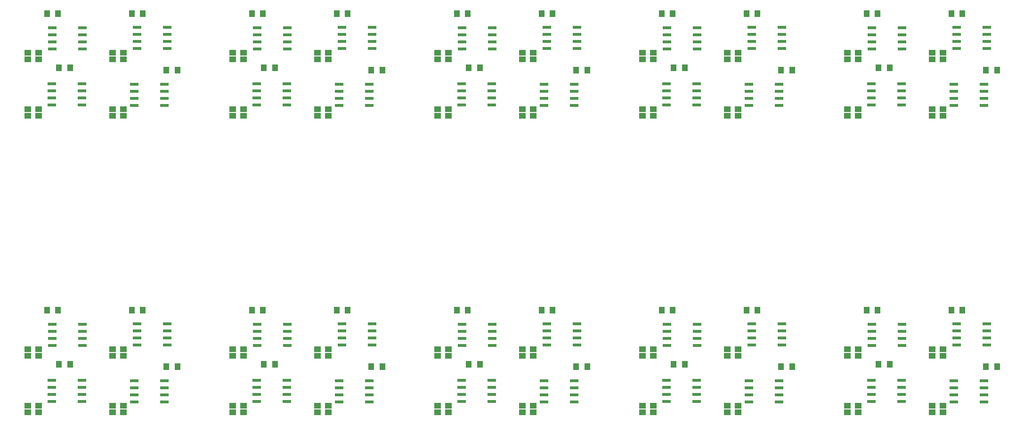
<source format=gbp>
G04 #@! TF.FileFunction,Paste,Bot*
%FSLAX46Y46*%
G04 Gerber Fmt 4.6, Leading zero omitted, Abs format (unit mm)*
G04 Created by KiCad (PCBNEW 4.0.6) date Fri Nov 17 13:30:40 2017*
%MOMM*%
%LPD*%
G01*
G04 APERTURE LIST*
%ADD10C,0.100000*%
%ADD11R,1.000000X1.250000*%
%ADD12R,1.250000X1.000000*%
%ADD13R,1.550000X0.600000*%
G04 APERTURE END LIST*
D10*
D11*
X69808600Y-56718200D03*
X67808600Y-56718200D03*
X82915000Y-46990000D03*
X80915000Y-46990000D03*
X89138000Y-57150000D03*
X87138000Y-57150000D03*
X67675000Y-46990000D03*
X65675000Y-46990000D03*
D12*
X62230000Y-64198500D03*
X62230000Y-65341500D03*
X64135000Y-64198500D03*
X64135000Y-65341500D03*
X77470000Y-64198500D03*
X77470000Y-65341500D03*
X79375000Y-64198500D03*
X79375000Y-65341500D03*
X77470000Y-54038500D03*
X77470000Y-55181500D03*
X79375000Y-54038500D03*
X79375000Y-55181500D03*
X62230000Y-54038500D03*
X62230000Y-55181500D03*
X64135000Y-54038500D03*
X64135000Y-55181500D03*
D13*
X71940400Y-59639200D03*
X71940400Y-60909200D03*
X71940400Y-62179200D03*
X71940400Y-63449200D03*
X66540400Y-63449200D03*
X66540400Y-62179200D03*
X66540400Y-60909200D03*
X66540400Y-59639200D03*
X87256600Y-49479200D03*
X87256600Y-50749200D03*
X87256600Y-52019200D03*
X87256600Y-53289200D03*
X81856600Y-53289200D03*
X81856600Y-52019200D03*
X81856600Y-50749200D03*
X81856600Y-49479200D03*
X86774000Y-59664600D03*
X86774000Y-60934600D03*
X86774000Y-62204600D03*
X86774000Y-63474600D03*
X81374000Y-63474600D03*
X81374000Y-62204600D03*
X81374000Y-60934600D03*
X81374000Y-59664600D03*
X72042000Y-49555400D03*
X72042000Y-50825400D03*
X72042000Y-52095400D03*
X72042000Y-53365400D03*
X66642000Y-53365400D03*
X66642000Y-52095400D03*
X66642000Y-50825400D03*
X66642000Y-49555400D03*
D11*
X106638600Y-56718200D03*
X104638600Y-56718200D03*
X119745000Y-46990000D03*
X117745000Y-46990000D03*
X125968000Y-57150000D03*
X123968000Y-57150000D03*
X104505000Y-46990000D03*
X102505000Y-46990000D03*
D12*
X99060000Y-64198500D03*
X99060000Y-65341500D03*
X100965000Y-64198500D03*
X100965000Y-65341500D03*
X114300000Y-64198500D03*
X114300000Y-65341500D03*
X116205000Y-64198500D03*
X116205000Y-65341500D03*
X114300000Y-54038500D03*
X114300000Y-55181500D03*
X116205000Y-54038500D03*
X116205000Y-55181500D03*
X99060000Y-54038500D03*
X99060000Y-55181500D03*
X100965000Y-54038500D03*
X100965000Y-55181500D03*
D13*
X108770400Y-59639200D03*
X108770400Y-60909200D03*
X108770400Y-62179200D03*
X108770400Y-63449200D03*
X103370400Y-63449200D03*
X103370400Y-62179200D03*
X103370400Y-60909200D03*
X103370400Y-59639200D03*
X124086600Y-49479200D03*
X124086600Y-50749200D03*
X124086600Y-52019200D03*
X124086600Y-53289200D03*
X118686600Y-53289200D03*
X118686600Y-52019200D03*
X118686600Y-50749200D03*
X118686600Y-49479200D03*
X123604000Y-59664600D03*
X123604000Y-60934600D03*
X123604000Y-62204600D03*
X123604000Y-63474600D03*
X118204000Y-63474600D03*
X118204000Y-62204600D03*
X118204000Y-60934600D03*
X118204000Y-59664600D03*
X108872000Y-49555400D03*
X108872000Y-50825400D03*
X108872000Y-52095400D03*
X108872000Y-53365400D03*
X103472000Y-53365400D03*
X103472000Y-52095400D03*
X103472000Y-50825400D03*
X103472000Y-49555400D03*
D11*
X143468600Y-56718200D03*
X141468600Y-56718200D03*
X156575000Y-46990000D03*
X154575000Y-46990000D03*
X162798000Y-57150000D03*
X160798000Y-57150000D03*
X141335000Y-46990000D03*
X139335000Y-46990000D03*
D12*
X135890000Y-64198500D03*
X135890000Y-65341500D03*
X137795000Y-64198500D03*
X137795000Y-65341500D03*
X151130000Y-64198500D03*
X151130000Y-65341500D03*
X153035000Y-64198500D03*
X153035000Y-65341500D03*
X151130000Y-54038500D03*
X151130000Y-55181500D03*
X153035000Y-54038500D03*
X153035000Y-55181500D03*
X135890000Y-54038500D03*
X135890000Y-55181500D03*
X137795000Y-54038500D03*
X137795000Y-55181500D03*
D13*
X145600400Y-59639200D03*
X145600400Y-60909200D03*
X145600400Y-62179200D03*
X145600400Y-63449200D03*
X140200400Y-63449200D03*
X140200400Y-62179200D03*
X140200400Y-60909200D03*
X140200400Y-59639200D03*
X160916600Y-49479200D03*
X160916600Y-50749200D03*
X160916600Y-52019200D03*
X160916600Y-53289200D03*
X155516600Y-53289200D03*
X155516600Y-52019200D03*
X155516600Y-50749200D03*
X155516600Y-49479200D03*
X160434000Y-59664600D03*
X160434000Y-60934600D03*
X160434000Y-62204600D03*
X160434000Y-63474600D03*
X155034000Y-63474600D03*
X155034000Y-62204600D03*
X155034000Y-60934600D03*
X155034000Y-59664600D03*
X145702000Y-49555400D03*
X145702000Y-50825400D03*
X145702000Y-52095400D03*
X145702000Y-53365400D03*
X140302000Y-53365400D03*
X140302000Y-52095400D03*
X140302000Y-50825400D03*
X140302000Y-49555400D03*
D11*
X180298600Y-56718200D03*
X178298600Y-56718200D03*
X193405000Y-46990000D03*
X191405000Y-46990000D03*
X199628000Y-57150000D03*
X197628000Y-57150000D03*
X178165000Y-46990000D03*
X176165000Y-46990000D03*
D12*
X172720000Y-64198500D03*
X172720000Y-65341500D03*
X174625000Y-64198500D03*
X174625000Y-65341500D03*
X187960000Y-64198500D03*
X187960000Y-65341500D03*
X189865000Y-64198500D03*
X189865000Y-65341500D03*
X187960000Y-54038500D03*
X187960000Y-55181500D03*
X189865000Y-54038500D03*
X189865000Y-55181500D03*
X172720000Y-54038500D03*
X172720000Y-55181500D03*
X174625000Y-54038500D03*
X174625000Y-55181500D03*
D13*
X182430400Y-59639200D03*
X182430400Y-60909200D03*
X182430400Y-62179200D03*
X182430400Y-63449200D03*
X177030400Y-63449200D03*
X177030400Y-62179200D03*
X177030400Y-60909200D03*
X177030400Y-59639200D03*
X197746600Y-49479200D03*
X197746600Y-50749200D03*
X197746600Y-52019200D03*
X197746600Y-53289200D03*
X192346600Y-53289200D03*
X192346600Y-52019200D03*
X192346600Y-50749200D03*
X192346600Y-49479200D03*
X197264000Y-59664600D03*
X197264000Y-60934600D03*
X197264000Y-62204600D03*
X197264000Y-63474600D03*
X191864000Y-63474600D03*
X191864000Y-62204600D03*
X191864000Y-60934600D03*
X191864000Y-59664600D03*
X182532000Y-49555400D03*
X182532000Y-50825400D03*
X182532000Y-52095400D03*
X182532000Y-53365400D03*
X177132000Y-53365400D03*
X177132000Y-52095400D03*
X177132000Y-50825400D03*
X177132000Y-49555400D03*
D11*
X217128600Y-56718200D03*
X215128600Y-56718200D03*
X230235000Y-46990000D03*
X228235000Y-46990000D03*
X236458000Y-57150000D03*
X234458000Y-57150000D03*
X214995000Y-46990000D03*
X212995000Y-46990000D03*
D12*
X209550000Y-64198500D03*
X209550000Y-65341500D03*
X211455000Y-64198500D03*
X211455000Y-65341500D03*
X224790000Y-64198500D03*
X224790000Y-65341500D03*
X226695000Y-64198500D03*
X226695000Y-65341500D03*
X224790000Y-54038500D03*
X224790000Y-55181500D03*
X226695000Y-54038500D03*
X226695000Y-55181500D03*
X209550000Y-54038500D03*
X209550000Y-55181500D03*
X211455000Y-54038500D03*
X211455000Y-55181500D03*
D13*
X219260400Y-59639200D03*
X219260400Y-60909200D03*
X219260400Y-62179200D03*
X219260400Y-63449200D03*
X213860400Y-63449200D03*
X213860400Y-62179200D03*
X213860400Y-60909200D03*
X213860400Y-59639200D03*
X234576600Y-49479200D03*
X234576600Y-50749200D03*
X234576600Y-52019200D03*
X234576600Y-53289200D03*
X229176600Y-53289200D03*
X229176600Y-52019200D03*
X229176600Y-50749200D03*
X229176600Y-49479200D03*
X234094000Y-59664600D03*
X234094000Y-60934600D03*
X234094000Y-62204600D03*
X234094000Y-63474600D03*
X228694000Y-63474600D03*
X228694000Y-62204600D03*
X228694000Y-60934600D03*
X228694000Y-59664600D03*
X219362000Y-49555400D03*
X219362000Y-50825400D03*
X219362000Y-52095400D03*
X219362000Y-53365400D03*
X213962000Y-53365400D03*
X213962000Y-52095400D03*
X213962000Y-50825400D03*
X213962000Y-49555400D03*
D11*
X69808600Y-110058200D03*
X67808600Y-110058200D03*
X82915000Y-100330000D03*
X80915000Y-100330000D03*
X89138000Y-110490000D03*
X87138000Y-110490000D03*
X67675000Y-100330000D03*
X65675000Y-100330000D03*
D12*
X62230000Y-117538500D03*
X62230000Y-118681500D03*
X64135000Y-117538500D03*
X64135000Y-118681500D03*
X77470000Y-117538500D03*
X77470000Y-118681500D03*
X79375000Y-117538500D03*
X79375000Y-118681500D03*
X77470000Y-107378500D03*
X77470000Y-108521500D03*
X79375000Y-107378500D03*
X79375000Y-108521500D03*
X62230000Y-107378500D03*
X62230000Y-108521500D03*
X64135000Y-107378500D03*
X64135000Y-108521500D03*
D13*
X71940400Y-112979200D03*
X71940400Y-114249200D03*
X71940400Y-115519200D03*
X71940400Y-116789200D03*
X66540400Y-116789200D03*
X66540400Y-115519200D03*
X66540400Y-114249200D03*
X66540400Y-112979200D03*
X87256600Y-102819200D03*
X87256600Y-104089200D03*
X87256600Y-105359200D03*
X87256600Y-106629200D03*
X81856600Y-106629200D03*
X81856600Y-105359200D03*
X81856600Y-104089200D03*
X81856600Y-102819200D03*
X86774000Y-113004600D03*
X86774000Y-114274600D03*
X86774000Y-115544600D03*
X86774000Y-116814600D03*
X81374000Y-116814600D03*
X81374000Y-115544600D03*
X81374000Y-114274600D03*
X81374000Y-113004600D03*
X72042000Y-102895400D03*
X72042000Y-104165400D03*
X72042000Y-105435400D03*
X72042000Y-106705400D03*
X66642000Y-106705400D03*
X66642000Y-105435400D03*
X66642000Y-104165400D03*
X66642000Y-102895400D03*
D11*
X106638600Y-110058200D03*
X104638600Y-110058200D03*
X119745000Y-100330000D03*
X117745000Y-100330000D03*
X125968000Y-110490000D03*
X123968000Y-110490000D03*
X104505000Y-100330000D03*
X102505000Y-100330000D03*
D12*
X99060000Y-117538500D03*
X99060000Y-118681500D03*
X100965000Y-117538500D03*
X100965000Y-118681500D03*
X114300000Y-117538500D03*
X114300000Y-118681500D03*
X116205000Y-117538500D03*
X116205000Y-118681500D03*
X114300000Y-107378500D03*
X114300000Y-108521500D03*
X116205000Y-107378500D03*
X116205000Y-108521500D03*
X99060000Y-107378500D03*
X99060000Y-108521500D03*
X100965000Y-107378500D03*
X100965000Y-108521500D03*
D13*
X108770400Y-112979200D03*
X108770400Y-114249200D03*
X108770400Y-115519200D03*
X108770400Y-116789200D03*
X103370400Y-116789200D03*
X103370400Y-115519200D03*
X103370400Y-114249200D03*
X103370400Y-112979200D03*
X124086600Y-102819200D03*
X124086600Y-104089200D03*
X124086600Y-105359200D03*
X124086600Y-106629200D03*
X118686600Y-106629200D03*
X118686600Y-105359200D03*
X118686600Y-104089200D03*
X118686600Y-102819200D03*
X123604000Y-113004600D03*
X123604000Y-114274600D03*
X123604000Y-115544600D03*
X123604000Y-116814600D03*
X118204000Y-116814600D03*
X118204000Y-115544600D03*
X118204000Y-114274600D03*
X118204000Y-113004600D03*
X108872000Y-102895400D03*
X108872000Y-104165400D03*
X108872000Y-105435400D03*
X108872000Y-106705400D03*
X103472000Y-106705400D03*
X103472000Y-105435400D03*
X103472000Y-104165400D03*
X103472000Y-102895400D03*
D11*
X143468600Y-110058200D03*
X141468600Y-110058200D03*
X156575000Y-100330000D03*
X154575000Y-100330000D03*
X162798000Y-110490000D03*
X160798000Y-110490000D03*
X141335000Y-100330000D03*
X139335000Y-100330000D03*
D12*
X135890000Y-117538500D03*
X135890000Y-118681500D03*
X137795000Y-117538500D03*
X137795000Y-118681500D03*
X151130000Y-117538500D03*
X151130000Y-118681500D03*
X153035000Y-117538500D03*
X153035000Y-118681500D03*
X151130000Y-107378500D03*
X151130000Y-108521500D03*
X153035000Y-107378500D03*
X153035000Y-108521500D03*
X135890000Y-107378500D03*
X135890000Y-108521500D03*
X137795000Y-107378500D03*
X137795000Y-108521500D03*
D13*
X145600400Y-112979200D03*
X145600400Y-114249200D03*
X145600400Y-115519200D03*
X145600400Y-116789200D03*
X140200400Y-116789200D03*
X140200400Y-115519200D03*
X140200400Y-114249200D03*
X140200400Y-112979200D03*
X160916600Y-102819200D03*
X160916600Y-104089200D03*
X160916600Y-105359200D03*
X160916600Y-106629200D03*
X155516600Y-106629200D03*
X155516600Y-105359200D03*
X155516600Y-104089200D03*
X155516600Y-102819200D03*
X160434000Y-113004600D03*
X160434000Y-114274600D03*
X160434000Y-115544600D03*
X160434000Y-116814600D03*
X155034000Y-116814600D03*
X155034000Y-115544600D03*
X155034000Y-114274600D03*
X155034000Y-113004600D03*
X145702000Y-102895400D03*
X145702000Y-104165400D03*
X145702000Y-105435400D03*
X145702000Y-106705400D03*
X140302000Y-106705400D03*
X140302000Y-105435400D03*
X140302000Y-104165400D03*
X140302000Y-102895400D03*
D11*
X180298600Y-110058200D03*
X178298600Y-110058200D03*
X193405000Y-100330000D03*
X191405000Y-100330000D03*
X199628000Y-110490000D03*
X197628000Y-110490000D03*
X178165000Y-100330000D03*
X176165000Y-100330000D03*
D12*
X172720000Y-117538500D03*
X172720000Y-118681500D03*
X174625000Y-117538500D03*
X174625000Y-118681500D03*
X187960000Y-117538500D03*
X187960000Y-118681500D03*
X189865000Y-117538500D03*
X189865000Y-118681500D03*
X187960000Y-107378500D03*
X187960000Y-108521500D03*
X189865000Y-107378500D03*
X189865000Y-108521500D03*
X172720000Y-107378500D03*
X172720000Y-108521500D03*
X174625000Y-107378500D03*
X174625000Y-108521500D03*
D13*
X182430400Y-112979200D03*
X182430400Y-114249200D03*
X182430400Y-115519200D03*
X182430400Y-116789200D03*
X177030400Y-116789200D03*
X177030400Y-115519200D03*
X177030400Y-114249200D03*
X177030400Y-112979200D03*
X197746600Y-102819200D03*
X197746600Y-104089200D03*
X197746600Y-105359200D03*
X197746600Y-106629200D03*
X192346600Y-106629200D03*
X192346600Y-105359200D03*
X192346600Y-104089200D03*
X192346600Y-102819200D03*
X197264000Y-113004600D03*
X197264000Y-114274600D03*
X197264000Y-115544600D03*
X197264000Y-116814600D03*
X191864000Y-116814600D03*
X191864000Y-115544600D03*
X191864000Y-114274600D03*
X191864000Y-113004600D03*
X182532000Y-102895400D03*
X182532000Y-104165400D03*
X182532000Y-105435400D03*
X182532000Y-106705400D03*
X177132000Y-106705400D03*
X177132000Y-105435400D03*
X177132000Y-104165400D03*
X177132000Y-102895400D03*
D11*
X217128600Y-110058200D03*
X215128600Y-110058200D03*
X230235000Y-100330000D03*
X228235000Y-100330000D03*
X236458000Y-110490000D03*
X234458000Y-110490000D03*
X214995000Y-100330000D03*
X212995000Y-100330000D03*
D12*
X209550000Y-117538500D03*
X209550000Y-118681500D03*
X211455000Y-117538500D03*
X211455000Y-118681500D03*
X224790000Y-117538500D03*
X224790000Y-118681500D03*
X226695000Y-117538500D03*
X226695000Y-118681500D03*
X224790000Y-107378500D03*
X224790000Y-108521500D03*
X226695000Y-107378500D03*
X226695000Y-108521500D03*
X209550000Y-107378500D03*
X209550000Y-108521500D03*
X211455000Y-107378500D03*
X211455000Y-108521500D03*
D13*
X219260400Y-112979200D03*
X219260400Y-114249200D03*
X219260400Y-115519200D03*
X219260400Y-116789200D03*
X213860400Y-116789200D03*
X213860400Y-115519200D03*
X213860400Y-114249200D03*
X213860400Y-112979200D03*
X234576600Y-102819200D03*
X234576600Y-104089200D03*
X234576600Y-105359200D03*
X234576600Y-106629200D03*
X229176600Y-106629200D03*
X229176600Y-105359200D03*
X229176600Y-104089200D03*
X229176600Y-102819200D03*
X234094000Y-113004600D03*
X234094000Y-114274600D03*
X234094000Y-115544600D03*
X234094000Y-116814600D03*
X228694000Y-116814600D03*
X228694000Y-115544600D03*
X228694000Y-114274600D03*
X228694000Y-113004600D03*
X219362000Y-102895400D03*
X219362000Y-104165400D03*
X219362000Y-105435400D03*
X219362000Y-106705400D03*
X213962000Y-106705400D03*
X213962000Y-105435400D03*
X213962000Y-104165400D03*
X213962000Y-102895400D03*
M02*

</source>
